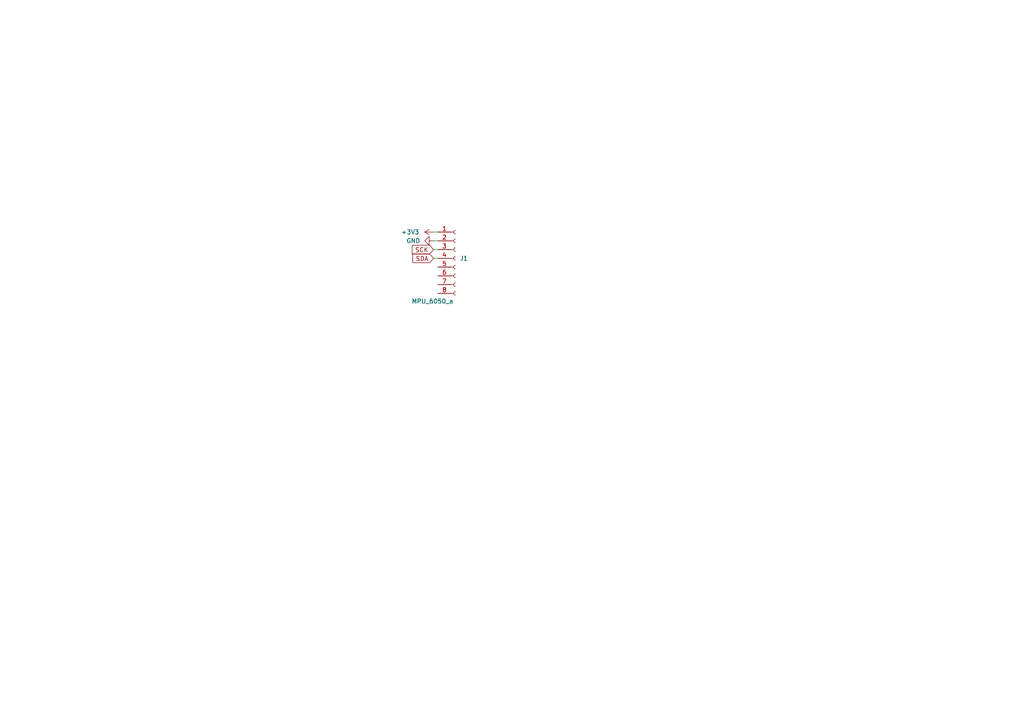
<source format=kicad_sch>
(kicad_sch (version 20231120) (generator "eeschema") (generator_version "8.0")
  (paper "A4")
  (lib_symbols
    (symbol "Connector:Conn_01x08_Female" (pin_names (offset 1.016) hide)
      (property "Reference" "J" (at 0 10.16 0))
      (property "Value" "Conn_01x08_Female" (at 0 -12.7 0))
      (symbol "Conn_01x08_Female_1_1"
        (arc (start 0 -9.652) (mid -0.508 -10.16) (end 0 -10.668) (stroke (width 0.1524)))
        (arc (start 0 -7.112) (mid -0.508 -7.62) (end 0 -8.128) (stroke (width 0.1524)))
        (arc (start 0 -4.572) (mid -0.508 -5.08) (end 0 -5.588) (stroke (width 0.1524)))
        (arc (start 0 -2.032) (mid -0.508 -2.54) (end 0 -3.048) (stroke (width 0.1524)))
        (polyline (pts (xy -1.27 -10.16) (xy -0.508 -10.16)) (stroke (width 0.1524)))
        (polyline (pts (xy -1.27 -7.62) (xy -0.508 -7.62)) (stroke (width 0.1524)))
        (polyline (pts (xy -1.27 -5.08) (xy -0.508 -5.08)) (stroke (width 0.1524)))
        (polyline (pts (xy -1.27 -2.54) (xy -0.508 -2.54)) (stroke (width 0.1524)))
        (polyline (pts (xy -1.27 0) (xy -0.508 0)) (stroke (width 0.1524)))
        (polyline (pts (xy -1.27 2.54) (xy -0.508 2.54)) (stroke (width 0.1524)))
        (polyline (pts (xy -1.27 5.08) (xy -0.508 5.08)) (stroke (width 0.1524)))
        (polyline (pts (xy -1.27 7.62) (xy -0.508 7.62)) (stroke (width 0.1524)))
        (arc (start 0 0.508) (mid -0.508 0) (end 0 -0.508) (stroke (width 0.1524)))
        (arc (start 0 3.048) (mid -0.508 2.54) (end 0 2.032) (stroke (width 0.1524)))
        (arc (start 0 5.588) (mid -0.508 5.08) (end 0 4.572) (stroke (width 0.1524)))
        (arc (start 0 8.128) (mid -0.508 7.62) (end 0 7.112) (stroke (width 0.1524)))
        (pin passive line (at -5.08 7.62 0) (length 3.81) (name "Pin_1") (number "1"))
        (pin passive line (at -5.08 5.08 0) (length 3.81) (name "Pin_2") (number "2"))
        (pin passive line (at -5.08 2.54 0) (length 3.81) (name "Pin_3") (number "3"))
        (pin passive line (at -5.08 0 0) (length 3.81) (name "Pin_4") (number "4"))
        (pin passive line (at -5.08 -2.54 0) (length 3.81) (name "Pin_5") (number "5"))
        (pin passive line (at -5.08 -5.08 0) (length 3.81) (name "Pin_6") (number "6"))
        (pin passive line (at -5.08 -7.62 0) (length 3.81) (name "Pin_7") (number "7"))
        (pin passive line (at -5.08 -10.16 0) (length 3.81) (name "Pin_8") (number "8"))
      )
    )
    (symbol "power:+3V3" (power) (pin_names (offset 0))
      (property "Value" "+3V3" (at 0 3.556 0))
      (symbol "+3V3_0_1"
        (polyline (pts (xy -0.762 1.27) (xy 0 2.54)))
        (polyline (pts (xy 0 0) (xy 0 2.54)))
        (polyline (pts (xy 0 2.54) (xy 0.762 1.27)))
      )
      (symbol "+3V3_1_1"
        (pin power_in line (at 0 0 90) (length 0) hide (name "+3V3") (number "1"))
      )
    )
    (symbol "power:GND" (power) (pin_names (offset 0))
      (property "Value" "GND" (at 0 -3.81 0))
      (symbol "GND_0_1"
        (polyline (pts (xy 0 0) (xy 0 -1.27) (xy 1.27 -1.27) (xy 0 -2.54) (xy -1.27 -1.27) (xy 0 -1.27)))
      )
      (symbol "GND_1_1"
        (pin power_in line (at 0 0 270) (length 0) hide (name "GND") (number "1"))
      )
    )
  )
  (wire (pts (xy 125.73 72.39) (xy 127 72.39)))
  (wire (pts (xy 125.73 69.85) (xy 127 69.85)))
  (wire (pts (xy 125.73 67.31) (xy 127 67.31)))
  (wire (pts (xy 125.73 74.93) (xy 127 74.93)))
  (global_label "SCK" (shape input) (at 125.73 72.39 180) (property "Intersheetrefs" "${INTERSHEET_REFS}" (effects (hide yes))))
  (global_label "SDA" (shape input) (at 125.73 74.93 180) (property "Intersheetrefs" "${INTERSHEET_REFS}" (effects (hide yes))))
  (symbol (lib_id "Connector:Conn_01x08_Female") (at 132.08 74.93 0) (unit 1)
    (property "Reference" "J1" (at 133.35 74.9299 0) (effects (justify left)))
    (property "Value" "MPU_6050_a" (at 119.38 87.376 0) (effects (justify left)))
    (property "Footprint" "Connector_PinSocket_2.54mm:PinSocket_1x08_P2.54mm_Vertical" (effects (hide yes)))
    (property "Description" "Generic connector, single row, 01x08, script generated (kicad-library-utils/schlib/autogen/connector/)" (effects (hide yes)))
  )
  (symbol (lib_id "power:GND") (at 125.73 69.85 270) (unit 1)
    (property "Reference" "#PWR10" (effects (hide yes)))
    (property "Value" "GND" (at 121.92 69.8499 90) (effects (justify right)))
    (property "Description" "Power symbol creates a global label with name \"GND\" , ground" (effects (hide yes)))
  )
  (symbol (lib_id "power:+3V3") (at 125.73 67.31 90) (unit 1)
    (property "Reference" "#PWR9" (effects (hide yes)))
    (property "Value" "+3V3" (at 116.332 67.31 90) (effects (justify right)))
    (property "Description" "Power symbol creates a global label with name \"+3V3\"" (effects (hide yes)))
  )
)
</source>
